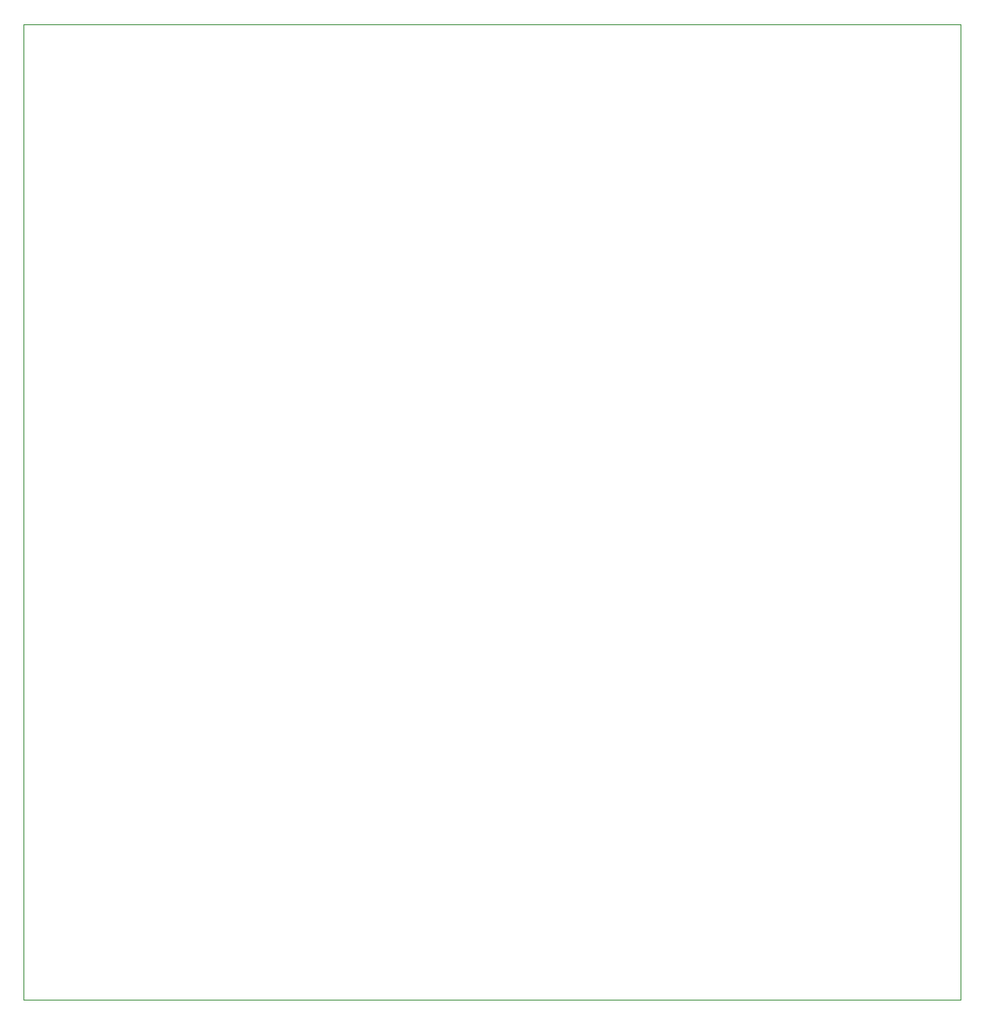
<source format=gbr>
G04 #@! TF.GenerationSoftware,KiCad,Pcbnew,(5.1.6)-1*
G04 #@! TF.CreationDate,2020-09-15T12:17:56+03:00*
G04 #@! TF.ProjectId,469devboard,34363964-6576-4626-9f61-72642e6b6963,rev?*
G04 #@! TF.SameCoordinates,Original*
G04 #@! TF.FileFunction,Profile,NP*
%FSLAX46Y46*%
G04 Gerber Fmt 4.6, Leading zero omitted, Abs format (unit mm)*
G04 Created by KiCad (PCBNEW (5.1.6)-1) date 2020-09-15 12:17:56*
%MOMM*%
%LPD*%
G01*
G04 APERTURE LIST*
G04 #@! TA.AperFunction,Profile*
%ADD10C,0.050000*%
G04 #@! TD*
G04 APERTURE END LIST*
D10*
X76758800Y-145669000D02*
X76758800Y-47244000D01*
X171373800Y-145669000D02*
X76758800Y-145669000D01*
X171373800Y-47244000D02*
X171373800Y-145669000D01*
X76758800Y-47244000D02*
X171373800Y-47244000D01*
M02*

</source>
